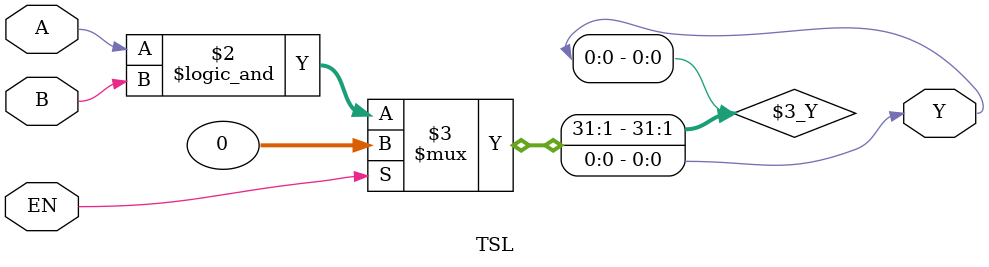
<source format=v>
module TSL(A,B,EN,Y);
input A,B,EN;
output Y;
assign Y = (!EN)? (A&&B):0;
endmodule
</source>
